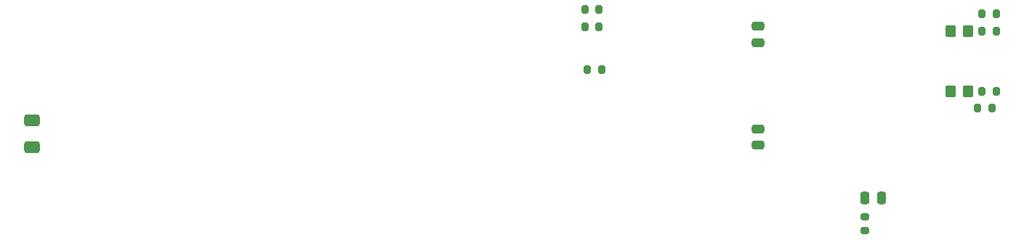
<source format=gbr>
%TF.GenerationSoftware,KiCad,Pcbnew,8.0.8*%
%TF.CreationDate,2025-03-09T18:41:19-04:00*%
%TF.ProjectId,Power_Elec_Project,506f7765-725f-4456-9c65-635f50726f6a,1*%
%TF.SameCoordinates,Original*%
%TF.FileFunction,Paste,Bot*%
%TF.FilePolarity,Positive*%
%FSLAX46Y46*%
G04 Gerber Fmt 4.6, Leading zero omitted, Abs format (unit mm)*
G04 Created by KiCad (PCBNEW 8.0.8) date 2025-03-09 18:41:19*
%MOMM*%
%LPD*%
G01*
G04 APERTURE LIST*
G04 Aperture macros list*
%AMRoundRect*
0 Rectangle with rounded corners*
0 $1 Rounding radius*
0 $2 $3 $4 $5 $6 $7 $8 $9 X,Y pos of 4 corners*
0 Add a 4 corners polygon primitive as box body*
4,1,4,$2,$3,$4,$5,$6,$7,$8,$9,$2,$3,0*
0 Add four circle primitives for the rounded corners*
1,1,$1+$1,$2,$3*
1,1,$1+$1,$4,$5*
1,1,$1+$1,$6,$7*
1,1,$1+$1,$8,$9*
0 Add four rect primitives between the rounded corners*
20,1,$1+$1,$2,$3,$4,$5,0*
20,1,$1+$1,$4,$5,$6,$7,0*
20,1,$1+$1,$6,$7,$8,$9,0*
20,1,$1+$1,$8,$9,$2,$3,0*%
G04 Aperture macros list end*
%ADD10RoundRect,0.250000X-0.250000X-0.475000X0.250000X-0.475000X0.250000X0.475000X-0.250000X0.475000X0*%
%ADD11RoundRect,0.250000X0.350000X0.450000X-0.350000X0.450000X-0.350000X-0.450000X0.350000X-0.450000X0*%
%ADD12RoundRect,0.200000X-0.200000X-0.275000X0.200000X-0.275000X0.200000X0.275000X-0.200000X0.275000X0*%
%ADD13RoundRect,0.250000X-0.475000X0.250000X-0.475000X-0.250000X0.475000X-0.250000X0.475000X0.250000X0*%
%ADD14RoundRect,0.250000X-0.650000X0.412500X-0.650000X-0.412500X0.650000X-0.412500X0.650000X0.412500X0*%
%ADD15RoundRect,0.200000X-0.275000X0.200000X-0.275000X-0.200000X0.275000X-0.200000X0.275000X0.200000X0*%
%ADD16RoundRect,0.250000X0.475000X-0.250000X0.475000X0.250000X-0.475000X0.250000X-0.475000X-0.250000X0*%
%ADD17RoundRect,0.200000X0.200000X0.275000X-0.200000X0.275000X-0.200000X-0.275000X0.200000X-0.275000X0*%
G04 APERTURE END LIST*
D10*
%TO.C,C2*%
X193550000Y-123500000D03*
X195450000Y-123500000D03*
%TD*%
D11*
%TO.C,R12*%
X205500000Y-111000000D03*
X203500000Y-111000000D03*
%TD*%
D12*
%TO.C,R7*%
X161175000Y-108500000D03*
X162825000Y-108500000D03*
%TD*%
%TO.C,R9*%
X160887500Y-103500000D03*
X162537500Y-103500000D03*
%TD*%
D13*
%TO.C,C5*%
X181075000Y-103440000D03*
X181075000Y-105340000D03*
%TD*%
D12*
%TO.C,R10*%
X207175000Y-111000000D03*
X208825000Y-111000000D03*
%TD*%
%TO.C,R14*%
X207175000Y-104000000D03*
X208825000Y-104000000D03*
%TD*%
D14*
%TO.C,C16*%
X96500000Y-114437500D03*
X96500000Y-117562500D03*
%TD*%
D15*
%TO.C,R2*%
X193500000Y-125675000D03*
X193500000Y-127325000D03*
%TD*%
D16*
%TO.C,C10*%
X181075000Y-117340000D03*
X181075000Y-115440000D03*
%TD*%
D17*
%TO.C,R11*%
X208325000Y-113000000D03*
X206675000Y-113000000D03*
%TD*%
D11*
%TO.C,R13*%
X205500000Y-104000000D03*
X203500000Y-104000000D03*
%TD*%
D12*
%TO.C,R8*%
X160887500Y-101500000D03*
X162537500Y-101500000D03*
%TD*%
D17*
%TO.C,R15*%
X208825000Y-102000000D03*
X207175000Y-102000000D03*
%TD*%
M02*

</source>
